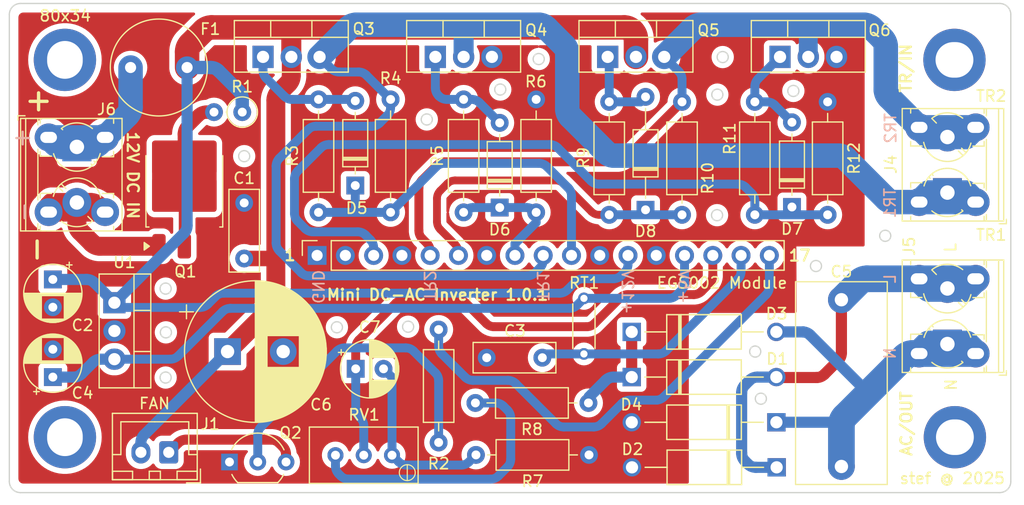
<source format=kicad_pcb>
(kicad_pcb (version 20240108) (generator "pcbnew") (generator_version "8.0")
  (title_block (title "Mini DC-AC Inverter") (date "2025-01-21") (rev "1.0.1") (comment 1 "Thanks to Ammar for the basics"))
  (layers (0 "F.Cu" signal) (31 "B.Cu" signal) (34 "B.Paste" user) (35 "F.Paste" user) (36 "B.SilkS" user "B.Silkscreen") (37 "F.SilkS" user "F.Silkscreen") (38 "B.Mask" user) (39 "F.Mask" user) (44 "Edge.Cuts" user))
  (net 0 "")
  (net 1 "GND")
  (net 2 "+12V")
  (net 3 "Net-(J2-Pin_16)")
  (net 4 "+5V")
  (net 5 "N")
  (net 6 "L")
  (net 7 "VFB")
  (net 8 "Net-(C7-Pad2)")
  (net 9 "Net-(D1-PadC)")
  (net 10 "Net-(Q2-C)")
  (net 11 "2LD")
  (net 12 "Net-(J2-Pin_17)")
  (net 13 "3HO")
  (net 14 "1HO")
  (net 15 "TR2")
  (net 16 "TR1")
  (net 17 "Net-(J6-Pin_2)")
  (net 18 "Net-(Q1-G)")
  (net 19 "Net-(Q2-B)")
  (net 20 "Net-(D5-A)")
  (net 21 "Net-(D6-A)")
  (net 22 "Net-(D7-A)")
  (net 23 "Net-(D8-A)")
  (net 24 "Net-(R8-Pad2)")
  (net 25 "1LD")
  (net 26 "Net-(J6-Pin_1)")
  (footprint "Package_TO_SOT_THT:TO-220-3_Vertical" (layer "F.Cu") (at 163.52 71.7405)
    (property "Reference" "Q6")
    (property "Value" "IRF3205")
  )
  (footprint "Package_TO_SOT_SMD:TO-252-3_TabPin2" (layer "F.Cu") (at 109.988 83.733 90)
    (property "Reference" "Q1")
    (property "Value" "RM10N100LDV-T")
  )
  (footprint "External Libraries:FR207G" (layer "F.Cu") (at 156.718 108.6612 180)
    (property "Reference" "D2")
    (property "Value" "FR207G" (hide yes))
  )
  (footprint "Resistor_THT:R_Axial_DIN0207_L6.3mm_D2.5mm_P10.16mm_Horizontal" (layer "F.Cu") (at 128.524 85.725 90)
    (property "Reference" "R4")
    (property "Value" "10K")
  )
  (footprint "Resistor_THT:R_Axial_DIN0207_L6.3mm_D2.5mm_P10.16mm_Horizontal" (layer "F.Cu") (at 141.605 85.725 90)
    (property "Reference" "R6")
    (property "Value" "10K")
  )
  (footprint "Fuse:Fuse_Littelfuse_372_D8.50mm" (layer "F.Cu") (at 105.156 72.6948)
    (property "Reference" "F1")
    (property "Value" "5A")
  )
  (footprint "Resistor_THT:R_Axial_DIN0207_L6.3mm_D2.5mm_P10.16mm_Horizontal" (layer "F.Cu") (at 132.842 96.266 -90)
    (property "Reference" "R2")
    (property "Value" "1K")
  )
  (footprint "Resistor_THT:R_Axial_DIN0207_L6.3mm_D2.5mm_P10.16mm_Horizontal" (layer "F.Cu") (at 135.085714 85.725 90)
    (property "Reference" "R5")
    (property "Value" "10R")
  )
  (footprint "External Libraries:FR207G" (layer "F.Cu") (at 156.690035 100.5432)
    (property "Reference" "D1")
    (property "Value" "FR207G" (hide yes))
  )
  (footprint "Diode_THT:D_DO-35_SOD27_P7.62mm_Horizontal" (layer "F.Cu") (at 138.3284 85.2932 90)
    (property "Reference" "D6")
    (property "Value" "1N4148")
  )
  (footprint "Capacitor_THT:C_Rect_L7.2mm_W2.5mm_P5.00mm_FKS2_FKP2_MKS2_MKP2" (layer "F.Cu") (at 115.3668 89.876 90)
    (property "Reference" "C1")
    (property "Value" "0.1uF")
  )
  (footprint "Connector_JST:JST_XH_B2B-XH-A_1x02_P2.50mm_Vertical" (layer "F.Cu") (at 108.585 107.315 180)
    (property "Reference" "J1")
    (property "Value" "Fan")
  )
  (footprint "Package_TO_SOT_THT:TO-220-3_Vertical" (layer "F.Cu") (at 117.06 71.7405)
    (property "Reference" "Q3")
    (property "Value" "IRF3205")
  )
  (footprint "Connector_PinSocket_2.54mm:PinSocket_1x17_P2.54mm_Vertical" (layer "F.Cu") (at 121.92 89.6 90)
    (property "Reference" "J2" (hide yes))
    (property "Value" "EGS002 MODULE")
  )
  (footprint "External Libraries:FR207G" (layer "F.Cu") (at 156.695 104.6072 180)
    (property "Reference" "D4")
    (property "Value" "FR207G" (hide yes))
  )
  (footprint "Resistor_THT:R_Axial_DIN0207_L6.3mm_D2.5mm_P10.16mm_Horizontal" (layer "F.Cu") (at 146.3548 107.5436 180)
    (property "Reference" "R7")
    (property "Value" "100K")
  )
  (footprint "External Libraries:TerminalBlock_Phoenix_PT-1,5-2-5.0-H_1x02_P5.00mm_Horizontal_faston" (layer "F.Cu") (at 178.562 97.571246 90)
    (property "Reference" "J5")
    (property "Value" "AC/OUT")
  )
  (footprint "Resistor_THT:R_Axial_DIN0207_L6.3mm_D2.5mm_P10.16mm_Horizontal" (layer "F.Cu") (at 161.257142 75.7855 -90)
    (property "Reference" "R11")
    (property "Value" "10R")
  )
  (footprint "Resistor_THT:R_Axial_DIN0207_L6.3mm_D2.5mm_P10.16mm_Horizontal" (layer "F.Cu") (at 122.047 85.725 90)
    (property "Reference" "R3")
    (property "Value" "10R")
  )
  (footprint "MountingHole:MountingHole_3.2mm_M3_DIN965_Pad_TopBottom" (layer "F.Cu") (at 99.256984 72.009)
    (property "Reference" "H1")
    (property "Value" "MountingHole")
  )
  (footprint "Capacitor_THT:CP_Radial_D5.0mm_P2.50mm" (layer "F.Cu") (at 98.171 100.544 90)
    (property "Reference" "C4")
    (property "Value" "22uF 10V")
  )
  (footprint "Package_TO_SOT_THT:TO-92_Inline_Wide" (layer "F.Cu") (at 114.046 108.183)
    (property "Reference" "Q2")
    (property "Value" "S8050")
  )
  (footprint "Potentiometer_THT:Potentiometer_Bourns_3296W_Vertical" (layer "F.Cu") (at 128.651 107.569)
    (property "Reference" "RV1")
    (property "Value" "10K")
  )
  (footprint "Capacitor_THT:C_Rect_L18.0mm_W8.0mm_P15.00mm_FKS3_FKP3" (layer "F.Cu") (at 169.037 93.585 -90)
    (property "Reference" "C5")
    (property "Value" "2.2uF")
  )
  (footprint "Resistor_THT:R_Axial_DIN0207_L6.3mm_D2.5mm_P10.16mm_Horizontal" (layer "F.Cu") (at 146.304 102.87 180)
    (property "Reference" "R8")
    (property "Value" "100K")
  )
  (footprint "Package_TO_SOT_THT:TO-220-3_Vertical" (layer "F.Cu") (at 103.703 93.853 -90)
    (property "Reference" "U1")
    (property "Value" "LM7805_TO220")
  )
  (footprint "Diode_THT:D_DO-35_SOD27_P7.62mm_Horizontal" (layer "F.Cu") (at 125.349 83.312 90)
    (property "Reference" "D5")
    (property "Value" "1N4148")
  )
  (footprint "Package_TO_SOT_THT:TO-220-3_Vertical" (layer "F.Cu") (at 148.033332 71.7405)
    (property "Reference" "Q5")
    (property "Value" "IRF3205")
  )
  (footprint "Capacitor_THT:CP_Radial_D5.0mm_P2.50mm" (layer "F.Cu") (at 98.171 91.76 -90)
    (property "Reference" "C2")
    (property "Value" "10uF 16V")
  )
  (footprint "External Libraries:TerminalBlock_Phoenix_PT-1,5-2-5.0-H_1x02_P5.00mm_Horizontal_faston" (layer "F.Cu") (at 178.562 83.947 90)
    (property "Reference" "J4")
    (property "Value" "TR/IN")
  )
  (footprint "Resistor_THT:R_Axial_DIN0207_L6.3mm_D2.5mm_P10.16mm_Horizontal" (layer "F.Cu") (at 148.171428 75.7855 -90)
    (property "Reference" "R9")
    (property "Value" "10R")
  )
  (footprint "MountingHole:MountingHole_3.2mm_M3_DIN965_Pad_TopBottom" (layer "F.Cu") (at 179.197 72.009)
    (property "Reference" "H1")
    (property "Value" "MountingHole")
  )
  (footprint "External Libraries:FR207G" (layer "F.Cu") (at 156.690035 96.4792)
    (property "Reference" "D3")
    (property "Value" "FR207G" (hide yes))
  )
  (footprint "Package_TO_SOT_THT:TO-220-3_Vertical" (layer "F.Cu") (at 132.546666 71.7405)
    (property "Reference" "Q4")
    (property "Value" "IRF3205")
  )
  (footprint "Diode_THT:D_DO-35_SOD27_P10.16mm_Horizontal" (layer "F.Cu") (at 151.4348 85.4964 90)
    (property "Reference" "D8")
    (property "Value" "1N4148")
  )
  (footprint "Capacitor_THT:CP_Radial_D12.5mm_P5.00mm" (layer "F.Cu") (at 113.872 98.2472)
    (property "Reference" "C6")
    (property "Value" "2200uF 16V")
  )
  (footprint "External Libraries:TerminalBlock_Phoenix_PT-1,5-2-5.0-H_1x02_P5.00mm_Horizontal_faston" (layer "F.Cu") (at 100.33 79.836 -90)
    (property "Reference" "J6")
    (property "Value" "DC IN")
  )
  (footprint "Capacitor_THT:CP_Radial_D5.0mm_P2.50mm" (layer "F.Cu") (at 125.389 99.8)
    (property "Reference" "C7")
    (property "Value" "10uF 10V")
  )
  (footprint "External Libraries:THERM_NXRT15WB333JA3A016" (layer "F.Cu") (at 145.8976 95.9612 -90)
    (property "Reference" "RT1")
    (property "Value" "10K")
  )
  (footprint "Capacitor_THT:C_Rect_L7.2mm_W2.5mm_P5.00mm_FKS2_FKP2_MKS2_MKP2" (layer "F.Cu") (at 142.16 98.8 180)
    (property "Reference" "C3")
    (property "Value" "0.1uF")
  )
  (footprint "Resistor_THT:R_Axial_DIN0207_L6.3mm_D2.5mm_P10.16mm_Horizontal" (layer "F.Cu") (at 167.8 75.7855 -90)
    (property "Reference" "R12")
    (property "Value" "10K")
  )
  (footprint "Resistor_THT:R_Axial_DIN0207_L6.3mm_D2.5mm_P2.54mm_Vertical" (layer "F.Cu") (at 115.1926 76.708 180)
    (property "Reference" "R1")
    (property "Value" "1K")
  )
  (footprint "Resistor_THT:R_Axial_DIN0207_L6.3mm_D2.5mm_P10.16mm_Horizontal" (layer "F.Cu") (at 154.714285 75.7855 -90)
    (property "Reference" "R10")
    (property "Value" "10K")
  )
  (footprint "MountingHole:MountingHole_3.2mm_M3_DIN965_Pad_TopBottom" (layer "F.Cu") (at 99.256984 105.951)
    (property "Reference" "H1")
    (property "Value" "MountingHole")
  )
  (footprint "MountingHole:MountingHole_3.2mm_M3_DIN965_Pad_TopBottom" (layer "F.Cu") (at 179.237 105.951)
    (property "Reference" "H1")
    (property "Value" "MountingHole")
  )
  (footprint "Diode_THT:D_DO-35_SOD27_P7.62mm_Horizontal" (layer "F.Cu") (at 164.592 85.2424 90)
    (property "Reference" "D7")
    (property "Value" "1N4148")
  )
  (gr_circle (center 123.698 96.0628) (end 124.198 96.0628) (stroke (width 0.12)) (fill none) (layer "Edge.Cuts"))
  (gr_circle (center 157.861 85.979) (end 158.361 85.979) (stroke (width 0.12)) (fill none) (layer "Edge.Cuts"))
  (gr_circle (center 138.3792 74.676) (end 138.3792 74.176) (stroke (width 0.12)) (fill none) (layer "Edge.Cuts"))
  (gr_circle (center 161.798 102.489) (end 162.298 102.489) (stroke (width 0.12)) (fill none) (layer "Edge.Cuts"))
  (gr_circle (center 131.7752 77.3684) (end 131.7752 76.8684) (stroke (width 0.12)) (fill none) (layer "Edge.Cuts"))
  (gr_circle (center 166.751 90.551) (end 167.251 90.551) (stroke (width 0.12)) (fill none) (layer "Edge.Cuts"))
  (gr_line (start 95.261 66.935) (end 183.261 66.935) (stroke (width 0.12)) (layer "Edge.Cuts"))
  (gr_arc (start 95.261 110.935) (mid 94.553893 110.642107) (end 94.261 109.935) (stroke (width 0.12)) (layer "Edge.Cuts"))
  (gr_circle (center 164.719 74.803) (end 164.719 74.303) (stroke (width 0.12)) (fill none) (layer "Edge.Cuts"))
  (gr_circle (center 141.8336 71.9328) (end 141.8336 71.4328) (stroke (width 0.12)) (fill none) (layer "Edge.Cuts"))
  (gr_line (start 184.261 67.935) (end 184.261 109.935) (stroke (width 0.12)) (layer "Edge.Cuts"))
  (gr_line (start 183.261 110.935) (end 95.261 110.935) (stroke (width 0.12)) (layer "Edge.Cuts"))
  (gr_arc (start 184.261 109.935) (mid 183.968106 110.642106) (end 183.261 110.935) (stroke (width 0.12)) (layer "Edge.Cuts"))
  (gr_circle (center 108.331 96.52) (end 108.831 96.52) (stroke (width 0.12)) (fill none) (layer "Edge.Cuts"))
  (gr_circle (center 108.3056 92.583) (end 108.8056 92.583) (stroke (width 0.12)) (fill none) (layer "Edge.Cuts"))
  (gr_circle (center 108.3056 100.584) (end 108.8056 100.584) (stroke (width 0.12)) (fill none) (layer "Edge.Cuts"))
  (gr_circle (center 172.974 87.8332) (end 173.474 87.8332) (stroke (width 0.12)) (fill none) (layer "Edge.Cuts"))
  (gr_circle (center 115.3668 80.6704) (end 115.8668 80.6704) (stroke (width 0.12)) (fill none) (layer "Edge.Cuts"))
  (gr_circle (center 158.369 71.755) (end 158.369 71.255) (stroke (width 0.12)) (fill none) (layer "Edge.Cuts"))
  (gr_arc (start 183.261 66.935) (mid 183.968106 67.227894) (end 184.261 67.935) (stroke (width 0.12)) (layer "Edge.Cuts"))
  (gr_arc (start 94.261 67.935) (mid 94.553893 67.227893) (end 95.261 66.935) (stroke (width 0.12)) (layer "Edge.Cuts"))
  (gr_line (start 94.261 109.935) (end 94.261 67.935) (stroke (width 0.12)) (layer "Edge.Cuts"))
  (gr_circle (center 157.8864 75.1332) (end 157.8864 74.6332) (stroke (width 0.12)) (fill none) (layer "Edge.Cuts"))
  (gr_circle (center 130.0988 96.012) (end 130.5988 96.012) (stroke (width 0.12)) (fill none) (layer "Edge.Cuts"))
  (gr_circle (center 161.29 98.2472) (end 161.79 98.2472) (stroke (width 0.12)) (fill none) (layer "Edge.Cuts"))
  (gr_text "-" (at 94.869 86.741 -90) (layer "B.SilkS") (effects (font (size 1.5 1.5) (thickness 0.2) (bold yes)) (justify left bottom mirror)))
  (gr_text "TR2" (at 174.0408 76.708 90) (layer "B.SilkS") (effects (font (size 1 1)) (justify left bottom mirror)))
  (gr_text "TR1" (at 141.605 93.757905 270) (layer "B.SilkS") (effects (font (size 1 1)) (justify left bottom mirror)))
  (gr_text "TR1" (at 173.99 83.439 90) (layer "B.SilkS") (effects (font (size 1 1)) (justify left bottom mirror)))
  (gr_text "L" (at 173.99 91.186 90) (layer "B.SilkS") (effects (font (size 1 1)) (justify left bottom mirror)))
  (gr_text "+12V" (at 149.225 94.996 270) (layer "B.SilkS") (effects (font (size 1 1)) (justify left bottom mirror)))
  (gr_text "GND" (at 121.412 94.043619 270) (layer "B.SilkS") (effects (font (size 1 1)) (justify left bottom mirror)))
  (gr_text "TR2" (at 131.445 93.757905 270) (layer "B.SilkS") (effects (font (size 1 1)) (justify left bottom mirror)))
  (gr_text "+" (at 96.52 79.8068 0) (layer "B.SilkS") (effects (font (size 1.5 1.5) (thickness 0.2) (bold yes)) (justify left bottom mirror)))
  (gr_text "N" (at 173.99 97.79 90) (layer "B.SilkS") (effects (font (size 1 1)) (justify left bottom mirror)))
  (gr_text "+5V" (at 154.305 94.043619 270) (layer "B.SilkS") (effects (font (size 1 1)) (justify left bottom mirror)))
  (gr_text "stef @ 2025" (at 174.1932 110.236 0) (layer "F.SilkS") (effects (font (size 1 1)) (justify left bottom)))
  (gr_text "80x34" (at 96.8756 68.6308 0) (layer "F.SilkS") (effects (font (size 1 1)) (justify left bottom)))
  (gr_text "Mini DC-AC Inverter 1.0.1" (at 122.682 93.726 0) (layer "F.SilkS") (effects (font (size 1 1) (thickness 0.2)) (justify left bottom)))
  (gr_text "TR/IN" (at 175.4124 75.057 90) (layer "F.SilkS") (effects (font (size 1 1) (thickness 0.2)) (justify left bottom)))
  (gr_text "AC/OUT" (at 175.4632 107.7468 90) (layer "F.SilkS") (effects (font (size 1 1) (thickness 0.2)) (justify left bottom)))
  (gr_text "1" (at 118.872 90.17 0) (layer "F.SilkS") (effects (font (size 1 1) (thickness 0.2) (bold yes)) (justify left bottom)))
  (gr_text "17" (at 164.2 90.2 0) (layer "F.SilkS") (effects (font (size 1 1) (thickness 0.2) (bold yes)) (justify left bottom)))
  (gr_text "N" (at 179.4764 101.854 90) (layer "F.SilkS") (effects (font (size 1 1)) (justify left bottom)))
  (gr_text "TR1" (at 181.0512 88.3412 0) (layer "F.SilkS") (effects (font (size 1 1)) (justify left bottom)))
  (gr_text "+" (at 95.4532 76.7588 0) (layer "F.SilkS") (effects (font (size 2 2) (thickness 0.3)) (justify left bottom)))
  (gr_text "-" (at 95.737795 87.63 270) (layer "F.SilkS") (effects (font (size 2 2) (thickness 0.3)) (justify left bottom)))
  (gr_text "12V DC IN" (at 104.775 78.359 270) (layer "F.SilkS") (effects (font (size 1 1) (thickness 0.2)) (justify left bottom)))
  (gr_text "TR2" (at 181.0512 75.8444 0) (layer "F.SilkS") (effects (font (size 1 1)) (justify left bottom)))
  (gr_text "L" (at 179.4256 89.408 90) (layer "F.SilkS") (effects (font (size 1 1)) (justify left bottom)))
  (gr_text "EGS002 Module" (at 152.3492 92.6592 0) (layer "F.SilkS") (effects (font (size 1 1)) (justify left bottom)))
  (gr_text "FAN" (at 105.829048 103.505 0) (layer "F.SilkS") (effects (font (size 1 1)) (justify left bottom)))
  (segment (start 149.519118 69.088) (end 112.428214 69.088) (width 2.2) (layer "F.Cu") (net 2))
  (segment (start 118.1716 89.876) (end 115.3668 89.876) (width 1.4) (layer "F.Cu") (net 2))
  (segment (start 118.2116 89.916) (end 118.2116 93.493386) (width 1.7) (layer "F.Cu") (net 2))
  (segment (start 150.573332 71.7405) (end 150.573332 70.142214) (width 2.2) (layer "F.Cu") (net 2))
  (segment (start 117.918707 94.200493) (end 113.872 98.2472) (width 1.7) (layer "F.Cu") (net 2))
  (segment (start 119.6 71.7405) (end 119.6 73.432186) (width 1.7) (layer "F.Cu") (net 2))
  (segment (start 111.721107 69.380893) (end 110.528893 70.573107) (width 2.2) (layer "F.Cu") (net 2))
  (segment (start 110.236 71.280214) (end 110.236 72.6948) (width 2.2) (layer "F.Cu") (net 2))
  (segment (start 118.2116 75.649014) (end 118.2116 89.916) (width 1.7) (layer "F.Cu") (net 2))
  (segment (start 118.2116 89.916) (end 118.1716 89.876) (width 1.4) (layer "F.Cu") (net 2))
  (segment (start 119.307107 74.139293) (end 118.504493 74.941907) (width 1.7) (layer "F.Cu") (net 2))
  (segment (start 150.280439 69.435107) (end 150.226225 69.380893) (width 2.2) (layer "F.Cu") (net 2))
  (segment (start 119.6 68.9555) (end 119.6 71.7405) (width 1.8) (layer "F.Cu") (net 2))
  (arc (start 150.280439 69.435107) (mid 150.497212 69.75953) (end 150.573332 70.142214) (width 2.2) (layer "F.Cu") (net 2))
  (arc (start 119.307107 74.139293) (mid 119.52388 73.81487) (end 119.6 73.432186) (width 1.7) (layer "F.Cu") (net 2))
  (arc (start 118.2116 75.649014) (mid 118.28772 75.266331) (end 118.504493 74.941907) (width 1.7) (layer "F.Cu") (net 2))
  (arc (start 110.528893 70.573107) (mid 110.31212 70.89753) (end 110.236 71.280214) (width 2.2) (layer "F.Cu") (net 2))
  (arc (start 149.519118 69.088) (mid 149.901801 69.16412) (end 150.226225 69.380893) (width 2.2) (layer "F.Cu") (net 2))
  (arc (start 111.721107 69.380893) (mid 112.04553 69.16412) (end 112.428214 69.088) (width 2.2) (layer "F.Cu") (net 2))
  (arc (start 117.918707 94.200493) (mid 118.13548 93.87607) (end 118.2116 93.493386) (width 1.7) (layer "F.Cu") (net 2))
  (segment (start 110.236 72.6948) (end 110.236 86.905786) (width 1) (layer "B.Cu") (net 2))
  (segment (start 110.236 72.6948) (end 112.361786 72.6948) (width 1.2) (layer "B.Cu") (net 2))
  (segment (start 101.195786 91.76) (end 98.171 91.76) (width 1) (layer "B.Cu") (net 2))
  (segment (start 149.263893 91.401107) (end 149.567107 91.097893) (width 0.8) (layer "B.Cu") (net 2))
  (segment (start 112.101402 93.986384) (end 112.799684 93.288102) (width 0.8) (layer "B.Cu") (net 2))
  (segment (start 144.406684 92.702316) (end 145.122107 91.986893) (width 0.8) (layer "B.Cu") (net 2))
  (segment (start 106.377893 105.741307) (end 113.618 98.5012) (width 1) (layer "B.Cu") (net 2))
  (segment (start 113.506791 92.995209) (end 143.699577 92.995209) (width 0.8) (layer "B.Cu") (net 2))
  (segment (start 145.829214 91.694) (end 148.556786 91.694) (width 0.8) (layer "B.Cu") (net 2))
  (segment (start 103.703 93.853) (end 101.902893 92.052893) (width 1) (layer "B.Cu") (net 2))
  (segment (start 104.129277 94.279277) (end 111.394295 94.279277) (width 0.8) (layer "B.Cu") (net 2))
  (segment (start 149.86 90.390786) (end 149.86 89.6) (width 0.8) (layer "B.Cu") (net 2))
  (segment (start 113.068893 72.987693) (end 114.899707 74.818507) (width 1.2) (layer "B.Cu") (net 2))
  (segment (start 106.085 107.315) (end 106.085 106.448414) (width 1) (layer "B.Cu") (net 2))
  (segment (start 115.1926 75.525614) (end 115.1926 76.708) (width 1.2) (layer "B.Cu") (net 2))
  (segment (start 109.943107 87.612893) (end 103.703 93.853) (width 1) (layer "B.Cu") (net 2))
  (arc (start 149.567107 91.097893) (mid 149.78388 90.77347) (end 149.86 90.390786) (width 0.8) (layer "B.Cu") (net 2))
  (arc (start 109.943107 87.612893) (mid 110.15988 87.28847) (end 110.236 86.905786) (width 1) (layer "B.Cu") (net 2))
  (arc (start 106.377893 105.741307) (mid 106.16112 106.06573) (end 106.085 106.448414) (width 1) (layer "B.Cu") (net 2))
  (arc (start 143.699577 92.995209) (mid 144.08226 92.919089) (end 144.406684 92.702316) (width 0.8) (layer "B.Cu") (net 2))
  (arc (start 149.263893 91.401107) (mid 148.93947 91.61788) (end 148.556786 91.694) (width 0.8) (layer "B.Cu") (net 2))
  (arc (start 111.394295 94.279277) (mid 111.776978 94.203157) (end 112.101402 93.986384) (width 0.8) (layer "B.Cu") (net 2))
  (arc (start 145.829214 91.694) (mid 145.446531 91.77012) (end 145.122107 91.986893) (width 0.8) (layer "B.Cu") (net 2))
  (arc (start 112.361786 72.6948) (mid 112.744469 72.77092) (end 113.068893 72.987693) (width 1.2) (layer "B.Cu") (net 2))
  (arc (start 101.195786 91.76) (mid 101.578469 91.83612) (end 101.902893 92.052893) (width 1) (layer "B.Cu") (net 2))
  (arc (start 113.506791 92.995209) (mid 113.124108 93.071329) (end 112.799684 93.288102) (width 0.8) (layer "B.Cu") (net 2))
  (arc (start 114.899707 74.818507) (mid 115.11648 75.14293) (end 115.1926 75.525614) (width 1.2) (layer "B.Cu") (net 2))
  (segment (start 142.4988 98.4612) (end 145.8976 98.4612) (width 0.8) (layer "B.Cu") (net 3))
  (segment (start 153.291693 98.168307) (end 159.727107 91.732893) (width 0.8) (layer "B.Cu") (net 3))
  (segment (start 145.8976 98.4612) (end 152.584586 98.4612) (width 0.8) (layer "B.Cu") (net 3))
  (segment (start 160.02 91.025786) (end 160.02 89.6) (width 0.8) (layer "B.Cu") (net 3))
  (arc (start 153.291693 98.168307) (mid 152.96727 98.38508) (end 152.584586 98.4612) (width 0.8) (layer "B.Cu") (net 3))
  (arc (start 160.02 91.025786) (mid 159.94388 91.408469) (end 159.727107 91.732893) (width 0.8) (layer "B.Cu") (net 3))
  (segment (start 153.520586 93.4612) (end 145.8976 93.4612) (width 0.8) (layer "B.Cu") (net 4))
  (segment (start 154.94 89.6) (end 154.94 92.041786) (width 0.8) (layer "B.Cu") (net 4))
  (segment (start 100.041786 100.544) (end 98.171 100.544) (width 1) (layer "B.Cu") (net 4))
  (segment (start 145.290693 94.068107) (end 145.8976 93.4612) (width 0.8) (layer "B.Cu") (net 4))
  (segment (start 103.703 98.933) (end 108.729586 98.933) (width 0.8) (layer "B.Cu") (net 4))
  (segment (start 154.647107 92.748893) (end 154.227693 93.168307) (width 0.8) (layer "B.Cu") (net 4))
  (segment (start 103.703 98.933) (end 102.481214 98.933) (width 1) (layer "B.Cu") (net 4))
  (segment (start 109.436693 98.640107) (end 113.422907 94.653893) (width 0.8) (layer "B.Cu") (net 4))
  (segment (start 114.130014 94.361) (end 144.583586 94.361) (width 0.8) (layer "B.Cu") (net 4))
  (segment (start 101.774107 99.225893) (end 100.748893 100.251107) (width 1) (layer "B.Cu") (net 4))
  (arc (start 108.729586 98.933) (mid 109.112269 98.85688) (end 109.436693 98.640107) (width 0.8) (layer "B.Cu") (net 4))
  (arc (start 113.422907 94.653893) (mid 113.74733 94.43712) (end 114.130014 94.361) (width 0.8) (layer "B.Cu") (net 4))
  (arc (start 145.290693 94.068107) (mid 144.96627 94.28488) (end 144.583586 94.361) (width 0.8) (layer "B.Cu") (net 4))
  (arc (start 102.481214 98.933) (mid 102.098531 99.00912) (end 101.774107 99.225893) (width 1) (layer "B.Cu") (net 4))
  (arc (start 154.647107 92.748893) (mid 154.86388 92.42447) (end 154.94 92.041786) (width 0.8) (layer "B.Cu") (net 4))
  (arc (start 153.520586 93.4612) (mid 153.903269 93.38508) (end 154.227693 93.168307) (width 0.8) (layer "B.Cu") (net 4))
  (arc (start 100.041786 100.544) (mid 100.424469 100.46788) (end 100.748893 100.251107) (width 1) (layer "B.Cu") (net 4))
  (segment (start 166.241093 96.772093) (end 171.45 101.981) (width 1) (layer "B.Cu") (net 5))
  (segment (start 176.022 98.425) (end 181.102 98.425) (width 2.4) (layer "B.Cu") (net 5))
  (segment (start 178.562 97.571246) (end 180.248246 97.571246) (width 2.4) (layer "B.Cu") (net 5))
  (segment (start 174.713107 98.717893) (end 169.329893 104.101107) (width 2.4) (layer "B.Cu") (net 5))
  (segment (start 180.248246 97.571246) (end 181.102 98.425) (width 2.4) (layer "B.Cu") (net 5))
  (segment (start 163.190684 96.479849) (end 165.612637 96.479849) (width 1) (layer "B.Cu") (net 5))
  (segment (start 176.022 98.425) (end 175.420214 98.425) (width 2.4) (layer "B.Cu") (net 5))
  (segment (start 178.562 97.571246) (end 176.875754 97.571246) (width 2.4) (layer "B.Cu") (net 5))
  (segment (start 169.2302 104.6072) (end 163.195 104.6072) (width 1) (layer "B.Cu") (net 5))
  (segment (start 176.875754 97.571246) (end 176.022 98.425) (width 2.4) (layer "B.Cu") (net 5))
  (segment (start 169.037 104.808214) (end 169.037 108.585) (width 2.4) (layer "B.Cu") (net 5))
  (arc (start 175.420214 98.425) (mid 175.037531 98.50112) (end 174.713107 98.717893) (width 2.4) (layer "B.Cu") (net 5))
  (arc (start 165.612637 96.479849) (mid 165.952645 96.571061) (end 166.241093 96.772093) (width 1) (layer "B.Cu") (net 5))
  (arc (start 169.329893 104.101107) (mid 169.11312 104.425531) (end 169.037 104.808214) (width 2.4) (layer "B.Cu") (net 5))
  (segment (start 168.744107 99.055893) (end 167.508893 100.291107) (width 1) (layer "F.Cu") (net 6))
  (segment (start 169.037 93.585) (end 169.037 98.348786) (width 1) (layer "F.Cu") (net 6))
  (segment (start 166.801786 100.584) (end 163.230835 100.584) (width 1) (layer "F.Cu") (net 6))
  (arc (start 167.508893 100.291107) (mid 167.18447 100.50788) (end 166.801786 100.584) (width 1) (layer "F.Cu") (net 6))
  (arc (start 169.037 98.348786) (mid 168.96088 98.73147) (end 168.744107 99.055893) (width 1) (layer "F.Cu") (net 6))
  (segment (start 178.562 92.571246) (end 180.234106 92.571246) (width 2.4) (layer "B.Cu") (net 6))
  (segment (start 180.234106 92.571246) (end 181.102 91.703352) (width 2.4) (layer "B.Cu") (net 6))
  (segment (start 176.889894 92.571246) (end 176.022 91.703352) (width 2.4) (layer "B.Cu") (net 6))
  (segment (start 163.190035 100.5432) (end 161.491014 100.5432) (width 1) (layer "B.Cu") (net 6))
  (segment (start 176.022 91.703352) (end 171.332862 91.703352) (width 2.4) (layer "B.Cu") (net 6))
  (segment (start 160.363693 108.090493) (end 160.641507 108.368307) (width 1) (layer "B.Cu") (net 6))
  (segment (start 160.783907 100.836093) (end 160.363693 101.256307) (width 1) (layer "B.Cu") (net 6))
  (segment (start 178.562 92.571246) (end 176.889894 92.571246) (width 2.4) (layer "B.Cu") (net 6))
  (segment (start 161.348614 108.6612) (end 163.218 108.6612) (width 1) (layer "B.Cu") (net 6))
  (segment (start 170.625755 91.996245) (end 169.037 93.585) (width 2.4) (layer "B.Cu") (net 6))
  (segment (start 160.0708 101.963414) (end 160.0708 107.383386) (width 1) (layer "B.Cu") (net 6))
  (segment (start 176.022 91.703352) (end 181.102 91.703352) (width 2.4) (layer "B.Cu") (net 6))
  (arc (start 160.783907 100.836093) (mid 161.10833 100.61932) (end 161.491014 100.5432) (width 1) (layer "B.Cu") (net 6))
  (arc (start 160.641507 108.368307) (mid 160.96593 108.58508) (end 161.348614 108.6612) (width 1) (layer "B.Cu") (net 6))
  (arc (start 160.0708 107.383386) (mid 160.14692 107.766069) (end 160.363693 108.090493) (width 1) (layer "B.Cu") (net 6))
  (arc (start 160.363693 101.256307) (mid 160.14692 101.58073) (end 160.0708 101.963414) (width 1) (layer "B.Cu") (net 6))
  (arc (start 170.625755 91.996245) (mid 170.950178 91.779472) (end 171.332862 91.703352) (width 2.4) (layer "B.Cu") (net 6))
  (segment (start 157.48 89.6) (end 157.48 91.406786) (width 0.8) (layer "F.Cu") (net 7))
  (segment (start 137.121107 95.719107) (end 135.293893 93.891893) (width 0.8) (layer "F.Cu") (net 7))
  (segment (start 149.155107 93.414893) (end 146.850893 95.719107) (width 0.8) (layer "F.Cu") (net 7))
  (segment (start 157.187107 92.113893) (end 156.471893 92.829107) (width 0.8) (layer "F.Cu") (net 7))
  (segment (start 146.143786 96.012) (end 137.828214 96.012) (width 0.8) (layer "F.Cu") (net 7))
  (segment (start 155.764786 93.122) (end 149.862214 93.122) (width 0.8) (layer "F.Cu") (net 7))
  (segment (start 128.993107 93.891893) (end 125.681893 97.203107) (width 0.8) (layer "F.Cu") (net 7))
  (segment (start 134.586786 93.599) (end 129.700214 93.599) (width 0.8) (layer "F.Cu") (net 7))
  (segment (start 125.389 97.910214) (end 125.389 99.8) (width 0.8) (layer "F.Cu") (net 7))
  (arc (start 146.850893 95.719107) (mid 146.52647 95.93588) (end 146.143786 96.012) (width 0.8) (layer "F.Cu") (net 7))
  (arc (start 125.389 97.910214) (mid 125.46512 97.527531) (end 125.681893 97.203107) (width 0.8) (layer "F.Cu") (net 7))
  (arc (start 157.187107 92.113893) (mid 157.40388 91.78947) (end 157.48 91.406786) (width 0.8) (layer "F.Cu") (net 7))
  (arc (start 155.764786 93.122) (mid 156.147469 93.04588) (end 156.471893 92.829107) (width 0.8) (layer "F.Cu") (net 7))
  (arc (start 135.293893 93.891893) (mid 134.96947 93.67512) (end 134.586786 93.599) (width 0.8) (layer "F.Cu") (net 7))
  (arc (start 129.700214 93.599) (mid 129.317531 93.67512) (end 128.993107 93.891893) (width 0.8) (layer "F.Cu") (net 7))
  (arc (start 137.121107 95.719107) (mid 137.44553 95.93588) (end 137.828214 96.012) (width 0.8) (layer "F.Cu") (net 7))
  (arc (start 149.862214 93.122) (mid 149.479531 93.19812) (end 149.155107 93.414893) (width 0.8) (layer "F.Cu") (net 7))
  (segment (start 125.389 99.8) (end 125.389 103.384786) (width 0.8) (layer "B.Cu") (net 7))
  (segment (start 126.111 104.935214) (end 126.111 107.569) (width 0.8) (layer "B.Cu") (net 7))
  (segment (start 125.681893 104.091893) (end 125.818107 104.228107) (width 0.8) (layer "B.Cu") (net 7))
  (arc (start 125.389 103.384786) (mid 125.46512 103.767469) (end 125.681893 104.091893) (width 0.8) (layer "B.Cu") (net 7))
  (arc (start 126.111 104.935214) (mid 126.03488 104.552531) (end 125.818107 104.228107) (width 0.8) (layer "B.Cu") (net 7))
  (segment (start 129.247107 108.165107) (end 128.651 107.569) (width 0.8) (layer "B.Cu") (net 8))
  (segment (start 128.651 107.569) (end 128.651 100.562) (width 0.8) (layer "B.Cu") (net 8))
  (segment (start 136.1694 107.569) (end 135.573293 108.165107) (width 0.8) (layer "B.Cu") (net 8))
  (segment (start 134.866186 108.458) (end 129.954214 108.458) (width 0.8) (layer "B.Cu") (net 8))
  (segment (start 128.651 100.562) (end 127.889 99.8) (width 0.8) (layer "B.Cu") (net 8))
  (arc (start 135.573293 108.165107) (mid 135.24887 108.38188) (end 134.866186 108.458) (width 0.8) (layer "B.Cu") (net 8))
  (arc (start 129.247107 108.165107) (mid 129.57153 108.38188) (end 129.954214 108.458) (width 0.8) (layer "B.Cu") (net 8))
  (segment (start 150.190035 100.5432) (end 150.190035 96.4792) (width 1) (layer "F.Cu") (net 9))
  (segment (start 146.3548 102.3366) (end 147.855307 100.836093) (width 1) (layer "B.Cu") (net 9))
  (segment (start 148.562414 100.5432) (end 150.190035 100.5432) (width 1) (layer "B.Cu") (net 9))
  (arc (start 148.562414 100.5432) (mid 148.179731 100.61932) (end 147.855307 100.836093) (width 1) (layer "B.Cu") (net 9))
  (segment (start 108.585 107.315) (end 109.435107 106.464893) (width 0.9) (layer "F.Cu") (net 10))
  (segment (start 119.126 107.500614) (end 119.126 108.183) (width 0.9) (layer "F.Cu") (net 10))
  (segment (start 118.504493 106.464893) (end 118.833107 106.793507) (width 0.9) (layer "F.Cu") (net 10))
  (segment (start 110.142214 106.172) (end 117.797386 106.172) (width 0.9) (layer "F.Cu") (net 10))
  (arc (start 110.142214 106.172) (mid 109.759531 106.24812) (end 109.435107 106.464893) (width 0.9) (layer "F.Cu") (net 10))
  (arc (start 118.504493 106.464893) (mid 118.18007 106.24812) (end 117.797386 106.172) (width 0.9) (layer "F.Cu") (net 10))
  (arc (start 119.126 107.500614) (mid 119.04988 107.117931) (end 118.833107 106.793507) (width 0.9) (layer "F.Cu") (net 10))
  (segment (start 138.3284 85.2932) (end 135.931728 85.2932) (width 0.8) (layer "B.Cu") (net 11))
  (segment (start 139.7 89.6) (end 139.7 88.5444) (width 0.8) (layer "B.Cu") (net 11))
  (segment (start 139.7 88.5444) (end 141.605 86.6394) (width 0.8) (layer "B.Cu") (net 11))
  (segment (start 138.3284 85.2932) (end 140.758986 85.2932) (width 0.8) (layer "B.Cu") (net 11))
  (segment (start 141.605 86.6394) (end 141.605 85.725) (width 0.8) (layer "B.Cu") (net 11))
  (arc (start 135.931728 85.2932) (mid 135.549045 85.36932) (end 135.224621 85.586093) (width 0.8) (layer "B.Cu") (net 11))
  (arc (start 140.758986 85.2932) (mid 141.141669 85.36932) (end 141.466093 85.586093) (width 0.8) (layer "B.Cu") (net 11))
  (segment (start 135.216107 100.545107) (end 133.134893 98.463893) (width 0.8) (layer "B.Cu") (net 12))
  (segment (start 139.065 100.838) (end 135.923214 100.838) (width 0.8) (layer "B.Cu") (net 12))
  (segment (start 132.842 97.756786) (end 132.842 96.266) (width 0.8) (layer "B.Cu") (net 12))
  (segment (start 162.56 89.6) (end 162.56 92.422786) (width 0.8) (layer "B.Cu") (net 12))
  (segment (start 143.377321 104.736107) (end 139.772107 101.130893) (width 0.8) (layer "B.Cu") (net 12))
  (segment (start 149.313918 102.908082) (end 147.485893 104.736107) (width 0.8) (layer "B.Cu") (net 12))
  (segment (start 146.778786 105.029) (end 144.084428 105.029) (width 0.8) (layer "B.Cu") (net 12))
  (segment (start 162.267107 93.129893) (end 153.073893 102.323107) (width 0.8) (layer "B.Cu") (net 12))
  (segment (start 152.445424 102.615189) (end 150.021025 102.615189) (width 0.8) (layer "B.Cu") (net 12))
  (arc (start 139.065 100.838) (mid 139.447683 100.91412) (end 139.772107 101.130893) (width 0.8) (layer "B.Cu") (net 12))
  (arc (start 147.485893 104.736107) (mid 147.16147 104.95288) (end 146.778786 105.029) (width 0.8) (layer "B.Cu") (net 12))
  (arc (start 144.084428 105.029) (mid 143.701744 104.95288) (end 143.377321 104.736107) (width 0.8) (layer "B.Cu") (net 12))
  (arc (start 162.56 92.422786) (mid 162.48388 92.80547) (end 162.267107 93.129893) (width 0.8) (layer "B.Cu") (net 12))
  (arc (start 135.923214 100.838) (mid 135.540531 100.76188) (end 135.216107 100.545107) (width 0.8) (layer "B.Cu") (net 12))
  (arc (start 153.073893 102.323107) (mid 152.785445 102.524139) (end 152.445424 102.615189) (width 0.8) (layer "B.Cu") (net 12))
  (arc (start 133.134893 98.463893) (mid 132.91812 98.13947) (end 132.842 97.756786) (width 0.8) (layer "B.Cu") (net 12))
  (arc (start 150.021025 102.615189) (mid 149.638342 102.691309) (end 149.313918 102.908082) (width 0.8) (layer "B.Cu") (net 12))
  (segment (start 132.63859 81.61041) (end 128.524 85.725) (width 0.8) (layer "B.Cu") (net 13))
  (segment (start 125.3744 85.2932) (end 125.349 85.2678) (width 0.8) (layer "B.Cu") (net 13))
  (segment (start 144.78 89.6) (end 144.78 84.234214) (width 0.8) (layer "B.Cu") (net 13))
  (segment (start 125.3744 85.725) (end 122.047 85.725) (width 0.8) (layer "B.Cu") (net 13))
  (segment (start 141.863303 81.317517) (end 133.345697 81.317517) (width 0.8) (layer "B.Cu") (net 13))
  (segment (start 125.3744 85.725) (end 125.3744 85.2932) (width 0.8) (layer "B.Cu") (net 13))
  (segment (start 128.524 85.725) (end 125.3744 85.725) (width 0.8) (layer "B.Cu") (net 13))
  (segment (start 125.349 85.2678) (end 125.349 83.312) (width 0.8) (layer "B.Cu") (net 13))
  (segment (start 144.487107 83.527107) (end 142.57041 81.61041) (width 0.8) (layer "B.Cu") (net 13))
  (arc (start 141.863303 81.317517) (mid 142.245986 81.393637) (end 142.57041 81.61041) (width 0.8) (layer "B.Cu") (net 13))
  (arc (start 133.345697 81.317517) (mid 132.963014 81.393637) (end 132.63859 81.61041) (width 0.8) (layer "B.Cu") (net 13))
  (arc (start 144.78 84.234214) (mid 144.70388 83.851531) (end 144.487107 83.527107) (width 0.8) (layer "B.Cu") (net 13))
  (segment (start 148.171428 85.9455) (end 147.268914 85.9455) (width 0.7) (layer "F.Cu") (net 14))
  (segment (start 143.349786 82.8548) (end 134.323014 82.8548) (width 0.7) (layer "F.Cu") (net 14))
  (segment (start 133.615907 83.147693) (end 132.982493 83.781107) (width 0.7) (layer "F.Cu") (net 14))
  (segment (start 132.6896 84.488214) (end 132.6896 86.555386) (width 0.7) (layer "F.Cu") (net 14))
  (segment (start 146.561807 85.652607) (end 144.056893 83.147693) (width 0.7) (layer "F.Cu") (net 14))
  (segment (start 132.982493 87.262493) (end 134.327107 88.607107) (width 0.7) (layer "F.Cu") (net 14))
  (arc (start 146.561807 85.652607) (mid 146.88623 85.86938) (end 147.268914 85.9455) (width 0.7) (layer "F.Cu") (net 14))
  (arc (start 132.6896 84.488214) (mid 132.76572 84.105531) (end 132.982493 83.781107) (width 0.7) (layer "F.Cu") (net 14))
  (arc (start 134.323014 82.8548) (mid 133.940331 82.93092) (end 133.615907 83.147693) (width 0.7) (layer "F.Cu") (net 14))
  (arc (start 132.982493 87.262493) (mid 132.76572 86.93807) (end 132.6896 86.555386) (width 0.7) (layer "F.Cu") (net 14))
  (arc (start 134.327107 88.607107) (mid 134.54388 88.93153) (end 134.62 89.314214) (width 0.7) (layer "F.Cu") (net 14))
  (arc (start 143.349786 82.8548) (mid 143.732469 82.93092) (end 144.056893 83.147693) (width 0.7) (layer "F.Cu") (net 14))
  (segment (start 154.714285 85.9455) (end 148.171428 85.9455) (width 0.8) (layer "B.Cu") (net 14))
  (segment (start 131.064 87.368186) (end 131.064 83.523014) (width 0.8) (layer "F.Cu") (net 15))
  (segment (start 149.614278 80.885507) (end 154.714285 75.7855) (width 0.8) (layer "F.Cu") (net 15))
  (segment (start 131.356893 82.815907) (end 132.701507 81.471293) (width 0.8) (layer "F.Cu") (net 15))
  (segment (start 131.787107 88.505507) (end 131.356893 88.075293) (width 0.8) (layer "F.Cu") (net 15))
  (segment (start 133.408614 81.1784) (end 148.907171 81.1784) (width 0.8) (layer "F.Cu") (net 15))
  (arc (start 131.356893 82.815907) (mid 131.14012 83.14033) (end 131.064 83.523014) (width 0.8) (layer "F.Cu") (net 15))
  (arc (start 131.064 87.368186) (mid 131.14012 87.750869) (end 131.356893 88.075293) (width 0.8) (layer "F.Cu") (net 15))
  (arc (start 132.08 89.212614) (mid 132.00388 88.829931) (end 131.787107 88.505507) (width 0.8) (layer "F.Cu") (net 15))
  (arc (start 148.907171 81.1784) (mid 149.289854 81.10228) (end 149.614278 80.885507) (width 0.8) (layer "F.Cu") (net 15))
  (arc (start 133.408614 81.1784) (mid 133.025931 81.25452) (end 132.701507 81.471293) (width 0.8) (layer "F.Cu") (net 15))
  (segment (start 171.050786 68.849) (end 156.419046 68.849) (width 2.2) (layer "B.Cu") (net 15))
  (segment (start 173.0248 74.667692) (end 173.0248 70.823014) (width 2.2) (layer "B.Cu") (net 15))
  (segment (start 153.113332 71.7405) (end 154.421392 73.04856) (width 0.8) (layer "B.Cu") (net 15))
  (segment (start 178.562 78.947) (end 180.234106 78.947) (width 2.2) (layer "B.Cu") (net 15))
  (segment (start 154.714285 73.755667) (end 154.714285 75.7855) (width 0.8) (layer "B.Cu") (net 15))
  (segment (start 178.562 78.947) (end 176.889894 78.947) (width 2.2) (layer "B.Cu") (net 15))
  (segment (start 180.234106 78.947) (end 181.102 78.079106) (width 2.2) (layer "B.Cu") (net 15))
  (segment (start 155.711939 69.141893) (end 153.113332 71.7405) (width 2.2) (layer "B.Cu") (net 15))
  (segment (start 172.731907 70.115907) (end 171.757893 69.141893) (width 2.2) (layer "B.Cu") (net 15))
  (segment (start 176.889894 78.947) (end 176.022 78.079106) (width 2.2) (layer "B.Cu") (net 15))
  (segment (start 176.022 78.079106) (end 181.102 78.079106) (width 2.2) (layer "B.Cu") (net 15))
  (segment (start 176.022 78.079106) (end 173.317693 75.374799) (width 2.2) (layer "B.Cu") (net 15))
  (segment (start 166.06 69.7405) (end 166.06 71.7405) (width 1.7) (layer "B.Cu") (net 15))
  (arc (start 173.317693 75.374799) (mid 173.10092 75.050376) (end 173.0248 74.667692) (width 2.2) (layer "B.Cu") (net 15))
  (arc (start 173.0248 70.823014) (mid 172.94868 70.44033) (end 172.731907 70.115907) (width 2.2) (layer "B.Cu") (net 15))
  (arc (start 154.421392 73.04856) (mid 154.638165 73.372983) (end 154.714285 73.755667) (width 0.8) (layer "B.Cu") (net 15))
  (arc (start 156.419046 68.849) (mid 156.036362 68.92512) (end 155.711939 69.141893) (width 2.2) (layer "B.Cu") (net 15))
  (arc (start 171.757893 69.141893) (mid 171.43347 68.92512) (end 171.050786 68.849) (width 2.2) (layer "B.Cu") (net 15))
  (segment (start 125.445714 68.849) (end 141.825072 68.849) (width 2.2) (layer "B.Cu") (net 16))
  (segment (start 144.692893 77.128893) (end 147.890707 80.326707) (width 2.2) (layer "B.Cu") (net 16))
  (segment (start 128.231107 77.000893) (end 127.546893 77.685107) (width 0.8) (layer "B.Cu") (net 16))
  (segment (start 178.562 83.947) (end 180.248246 83.947) (width 2.2) (layer "B.Cu") (net 16))
  (segment (start 142.532179 69.141893) (end 144.107107 70.716821) (width 2.2) (layer "B.Cu") (net 16))
  (segment (start 135.086666 71.7405) (end 135.086666 69.708834) (width 1.8) (layer "B.Cu") (net 16))
  (segment (start 121.119107 78.270893) (end 118.529893 80.860107) (width 0.8) (layer "B.Cu") (net 16))
  (segment (start 128.524 75.565) (end 128.524 76.293786) (width 0.8) (layer "B.Cu") (net 16))
  (segment (start 144.4 71.423928) (end 144.4 76.421786) (width 2.2) (layer "B.Cu") (net 16))
  (segment (start 176.875754 83.947) (end 176.022 84.800754) (width 2.2) (layer "B.Cu") (net 16))
  (segment (start 148.597814 80.6196) (end 168.749786 80.6196) (width 2.2) (layer "B.Cu") (net 16))
  (segment (start 118.529893 89.192893) (end 120.484107 91.147107) (width 0.8) (layer "B.Cu") (net 16))
  (segment (start 118.237 81.567214) (end 118.237 88.485786) (width 0.8) (layer "B.Cu") (net 16))
  (segment (start 121.191214 91.44) (end 140.809786 91.44) (width 0.8) (layer "B.Cu") (net 16))
  (segment (start 176.022 84.800754) (end 181.102 84.800754) (width 2.2) (layer "B.Cu") (net 16))
  (segment (start 173.759368 84.800754) (end 176.022 84.800754) (width 2.2) (layer "B.Cu") (net 16))
  (segment (start 126.839786 77.978) (end 121.826214 77.978) (width 0.8) (layer "B.Cu") (net 16))
  (segment (start 180.248246 83.947) (end 181.102 84.800754) (width 2.2) (layer "B.Cu") (net 16))
  (segment (start 128.524 75.565) (end 126.353093 73.394093) (width 0.8) (layer "B.Cu") (net 16))
  (segment (start 122.14 71.7405) (end 124.738607 69.141893) (width 2.2) (layer "B.Cu") (net 16))
  (segment (start 169.456893 80.912493) (end 173.052261 84.507861) (width 2.2) (layer "B.Cu") (net 16))
  (segment (start 141.516893 91.147107) (end 141.947107 90.716893) (width 0.8) (layer "B.Cu") (net 16))
  (segment (start 125.645986 73.1012) (end 123.914914 73.1012) (width 0.8) (layer "B.Cu") (net 16))
  (segment (start 178.562 83.947) (end 176.875754 83.947) (width 2.2) (layer "B.Cu") (net 16))
  (segment (start 123.207807 72.808307) (end 122.14 71.7405) (width 0.8) (layer "B.Cu") (net 16))
  (arc (start 128.524 76.293786) (mid 128.44788 76.676469) (end 128.231107 77.000893) (width 0.8) (layer "B.Cu") (net 16))
  (arc (start 168.749786 80.6196) (mid 169.132469 80.69572) (end 169.456893 80.912493) (width 2.2) (layer "B.Cu") (net 16))
  (arc (start 173.052261 84.507861) (mid 173.376684 84.724634) (end 173.759368 84.800754) (width 2.2) (layer "B.Cu") (net 16))
  (arc (start 121.191214 91.44) (mid 120.808531 91.36388) (end 120.484107 91.147107) (width 0.8) (layer "B.Cu") (net 16))
  (arc (start 147.890707 80.326707) (mid 148.21513 80.54348) (end 148.597814 80.6196) (width 2.2) (layer "B.Cu") (net 16))
  (arc (start 124.738607 69.141893) (mid 125.063031 68.92512) (end 125.445714 68.849) (width 2.2) (layer "B.Cu") (net 16))
  (arc (start 121.826214 77.978) (mid 121.443531 78.05412) (end 121.119107 78.270893) (width 0.8) (layer "B.Cu") (net 16))
  (arc (start 123.207807 72.808307) (mid 123.53223 73.02508) (end 123.914914 73.1012) (width 0.8) (layer "B.Cu") (net 16))
  (arc (start 144.107107 70.716821) (mid 144.32388 71.041245) (end 144.4 71.423928) (width 2.2) (layer "B.Cu") (net 16))
  (arc (start 141.516893 91.147107) (mid 141.19247 91.36388) (end 140.809786 91.44) (width 0.8) (layer "B.Cu") (net 16))
  (arc (start 118.529893 89.192893) (mid 118.31312 88.86847) (end 118.237 88.485786) (width 0.8) (layer "B.Cu") (net 16))
  (arc (start 127.546893 77.685107) (mid 127.22247 77.90188) (end 126.839786 77.978) (width 0.8) (layer "B.Cu") (net 16))
  (arc (start 142.24 90.009786) (mid 142.16388 90.392469) (end 141.947107 90.716893) (width 0.8) (layer "B.Cu") (net 16))
  (arc (start 144.4 76.421786) (mid 144.47612 76.80447) (end 144.692893 77.128893) (width 2.2) (layer "B.Cu") (net 16))
  (arc (start 126.353093 73.394093) (mid 126.02867 73.17732) (end 125.645986 73.1012) (width 0.8) (layer "B.Cu") (net 16))
  (arc (start 118.529893 80.860107) (mid 118.31312 81.184531) (end 118.237 81.567214) (width 0.8) (layer "B.Cu") (net 16))
  (arc (start 141.825072 68.849) (mid 142.207755 68.92512) (end 142.532179 69.141893) (width 2.2) (layer "B.Cu") (net 16))
  (segment (start 100.33 86.707786) (end 100.33 84.836) (width 1.7) (layer "F.Cu") (net 17))
  (segment (start 102.294999 85.128893) (end 102.87 85.703894) (width 1.7) (layer "F.Cu") (net 17))
  (segment (start 97.79 85.09) (end 98.044 84.836) (width 1.7) (layer "F.Cu") (net 17))
  (segment (start 101.688107 88.480107) (end 100.622893 87.414893) (width 1.7) (layer "F.Cu") (net 17))
  (segment (start 100.33 84.836) (end 101.587892 84.836) (width 1.7) (layer "F.Cu") (net 17))
  (segment (start 107.442 88.773) (end 102.395214 88.773) (width 1.7) (layer "F.Cu") (net 17))
  (segment (start 98.044 84.836) (end 100.33 84.836) (width 1.7) (layer "F.Cu") (net 17))
  (segment (start 97.79 85.703894) (end 102.87 85.703894) (width 1.7) (layer "F.Cu") (net 17))
  (arc (start 100.33 86.707786) (mid 100.40612 87.090469) (end 100.622893 87.414893) (width 1.7) (layer "F.Cu") (net 17))
  (arc (start 102.395214 88.773) (mid 102.012531 88.69688) (end 101.688107 88.480107) (width 1.7) (layer "F.Cu") (net 17))
  (arc (start 101.587892 84.836) (mid 101.970575 84.91212) (end 102.294999 85.128893) (width 1.7) (layer "F.Cu") (net 17))
  (segment (start 109.988 78.691014) (end 109.988 79.273) (width 1.2) (layer "F.Cu") (net 18))
  (segment (start 109.988 88.773) (end 109.988 82.473) (width 1) (layer "F.Cu") (net 18))
  (segment (start 112.6526 76.708) (end 111.971014 76.708) (width 1.2) (layer "F.Cu") (net 18))
  (segment (start 111.263907 77.000893) (end 110.280893 77.983907) (width 1.2) (layer "F.Cu") (net 18))
  (arc (start 111.263907 77.000893) (mid 111.58833 76.78412) (end 111.971014 76.708) (width 1.2) (layer "F.Cu") (net 18))
  (arc (start 109.988 78.691014) (mid 110.06412 78.308331) (end 110.280893 77.983907) (width 1.2) (layer "F.Cu") (net 18))
  (segment (start 116.586 108.259) (end 116.586 105.730428) (width 0.8) (layer "B.Cu") (net 19))
  (segment (start 124.399428 97.917) (end 129.887786 97.917) (width 0.8) (layer "B.Cu") (net 19))
  (segment (start 130.594893 98.209893) (end 132.549107 100.164107) (width 0.8) (layer "B.Cu") (net 19))
  (segment (start 132.842 100.871214) (end 132.842 106.426) (width 0.8) (layer "B.Cu") (net 19))
  (segment (start 116.878893 105.023321) (end 123.692321 98.209893) (width 0.8) (layer "B.Cu") (net 19))
  (arc (start 124.399428 97.917) (mid 124.016745 97.99312) (end 123.692321 98.209893) (width 0.8) (layer "B.Cu") (net 19))
  (arc (start 116.586 105.730428) (mid 116.66212 105.347745) (end 116.878893 105.023321) (width 0.8) (layer "B.Cu") (net 19))
  (arc (start 132.549107 100.164107) (mid 132.76588 100.48853) (end 132.842 100.871214) (width 0.8) (layer "B.Cu") (net 19))
  (arc (start 130.594893 98.209893) (mid 130.27047 97.99312) (end 129.887786 97.917) (width 0.8) (layer "B.Cu") (net 19))
  (segment (start 117.352893 73.664893) (end 118.960107 75.272107) (width 0.8) (layer "B.Cu") (net 20))
  (segment (start 122.047 75.565) (end 125.222 75.565) (width 0.8) (layer "B.Cu") (net 20))
  (segment (start 117.06 71.7405) (end 117.06 72.957786) (width 0.8) (layer "B.Cu") (net 20))
  (segment (start 119.667214 75.565) (end 122.047 75.565) (width 0.8) (layer "B.Cu") (net 20))
  (arc (start 117.06 72.957786) (mid 117.13612 73.340469) (end 117.352893 73.664893) (width 0.8) (layer "B.Cu") (net 20))
  (arc (start 118.960107 75.272107) (mid 119.28453 75.48888) (end 119.667214 75.565) (width 0.8) (layer "B.Cu") (net 20))
  (segment (start 132.876607 75.272107) (end 132.839559 75.235059) (width 0.8) (layer "B.Cu") (net 21))
  (segment (start 135.085714 75.565) (end 133.583714 75.565) (width 0.8) (layer "B.Cu") (net 21))
  (segment (start 132.546666 74.527952) (end 132.546666 71.7405) (width 0.8) (layer "B.Cu") (net 21))
  (segment (start 135.085714 75.565) (end 135.805986 75.565) (width 0.8) (layer "B.Cu") (net 21))
  (segment (start 136.513093 75.857893) (end 138.3284 77.6732) (width 0.8) (layer "B.Cu") (net 21))
  (arc (start 132.839559 75.235059) (mid 132.622786 74.910636) (end 132.546666 74.527952) (width 0.8) (layer "B.Cu") (net 21))
  (arc (start 136.513093 75.857893) (mid 136.18867 75.64112) (end 135.805986 75.565) (width 0.8) (layer "B.Cu") (net 21))
  (arc (start 132.876607 75.272107) (mid 133.20103 75.48888) (end 133.583714 75.565) (width 0.8) (layer "B.Cu") (net 21))
  (segment (start 161.257142 75.7855) (end 162.340886 75.7855) (width 0.8) (layer "B.Cu") (net 22))
  (segment (start 163.047993 76.078393) (end 164.592 77.6224) (width 0.8) (layer "B.Cu") (net 22))
  (segment (start 161.550035 73.710465) (end 163.52 71.7405) (width 0.8) (layer "B.Cu") (net 22))
  (segment (start 161.257142 75.7855) (end 161.257142 74.417572) (width 0.8) (layer "B.Cu") (net 22))
  (arc (start 161.550035 73.710465) (mid 161.333262 74.034888) (end 161.257142 74.417572) (width 0.8) (layer "B.Cu") (net 22))
  (arc (start 163.047993 76.078393) (mid 162.72357 75.86162) (end 162.340886 75.7855) (width 0.8) (layer "B.Cu") (net 22))
  (segment (start 148.171428 75.7855) (end 150.9857 75.7855) (width 0.8) (layer "B.Cu") (net 23))
  (segment (start 148.171428 75.7855) (end 148.171428 71.878596) (width 0.8) (layer "B.Cu") (net 23))
  (segment (start 150.9857 75.7855) (end 151.4348 75.3364) (width 0.8) (layer "B.Cu") (net 23))
  (segment (start 139.026107 108.623893) (end 138.221893 109.428107) (width 0.8) (layer "B.Cu") (net 24))
  (segment (start 124.033107 109.428107) (end 123.863893 109.258893) (width 0.8) (layer "B.Cu") (net 24))
  (segment (start 139.319 104.224014) (end 139.319 107.916786) (width 0.8) (layer "B.Cu") (net 24))
  (segment (start 137.964986 102.87) (end 136.144 102.87) (width 0.8) (layer "B.Cu") (net 24))
  (segment (start 123.571 108.551786) (end 123.571 107.569) (width 0.8) (layer "B.Cu") (net 24))
  (segment (start 139.026107 103.516907) (end 138.672093 103.162893) (width 0.8) (layer "B.Cu") (net 24))
  (segment (start 137.514786 109.721) (end 124.740214 109.721) (width 0.8) (layer "B.Cu") (net 24))
  (arc (start 123.863893 109.258893) (mid 123.64712 108.93447) (end 123.571 108.551786) (width 0.8) (layer "B.Cu") (net 24))
  (arc (start 138.221893 109.428107) (mid 137.89747 109.64488) (end 137.514786 109.721) (width 0.8) (layer "B.Cu") (net 24))
  (arc (start 137.964986 102.87) (mid 138.347669 102.94612) (end 138.672093 103.162893) (width 0.8) (layer "B.Cu") (net 24))
  (arc (start 139.319 104.224014) (mid 139.24288 103.841331) (end 139.026107 103.516907) (width 0.8) (layer "B.Cu") (net 24))
  (arc (start 124.033107 109.428107) (mid 124.35753 109.64488) (end 124.740214 109.721) (width 0.8) (layer "B.Cu") (net 24))
  (arc (start 139.319 107.916786) (mid 139.24288 108.299469) (end 139.026107 108.623893) (width 0.8) (layer "B.Cu") (net 24))
  (segment (start 160.439893 83.477893) (end 160.964249 84.002249) (width 0.8) (layer "B.Cu") (net 25))
  (segment (start 147.226214 83.185) (end 159.732786 83.185) (width 0.8) (layer "B.Cu") (net 25))
  (segment (start 120.180893 82.003107) (end 122.262107 79.921893) (width 0.8) (layer "B.Cu") (net 25))
  (segment (start 122.969214 79.629) (end 142.841786 79.629) (width 0.8) (layer "B.Cu") (net 25))
  (segment (start 143.548893 79.921893) (end 146.519107 82.892107) (width 0.8) (layer "B.Cu") (net 25))
  (segment (start 120.839707 87.184707) (end 120.180893 86.525893) (width 0.8) (layer "B.Cu") (net 25))
  (segment (start 119.888 85.818786) (end 119.888 82.710214) (width 0.8) (layer "B.Cu") (net 25))
  (segment (start 161.257142 85.9455) (end 167.8 85.9455) (width 0.8) (layer "B.Cu") (net 25))
  (segment (start 161.257142 84.709356) (end 161.257142 85.9455) (width 0.8) (layer "B.Cu") (net 25))
  (segment (start 125.569786 87.4776) (end 121.546814 87.4776) (width 0.8) (layer "B.Cu") (net 25))
  (segment (start 126.707107 88.200707) (end 126.276893 87.770493) (width 0.8) (layer "B.Cu") (net 25))
  (segment (start 127 89.6) (end 127 88.907814) (width 0.8) (layer "B.Cu") (net 25))
  (arc (start 126.276893 87.770493) (mid 125.95247 87.55372) (end 125.569786 87.4776) (width 0.8) (layer "B.Cu") (net 25))
  (arc (start 161.257142 84.709356) (mid 161.181022 84.326673) (end 160.964249 84.002249) (width 0.8) (layer "B.Cu") (net 25))
  (arc (start 120.839707 87.184707) (mid 121.16413 87.40148) (end 121.546814 87.4776) (width 0.8) (layer "B.Cu") (net 25))
  (arc (start 122.969214 79.629) (mid 122.586531 79.70512) (end 122.262107 79.921893) (width 0.8) (layer "B.Cu") (net 25))
  (arc (start 119.888 82.710214) (mid 119.96412 82.327531) (end 120.180893 82.003107) (width 0.8) (layer "B.Cu") (net 25))
  (arc (start 127 88.907814) (mid 126.92388 88.525131) (end 126.707107 88.200707) (width 0.8) (layer "B.Cu") (net 25))
  (arc (start 120.180893 86.525893) (mid 119.96412 86.20147) (end 119.888 85.818786) (width 0.8) (layer "B.Cu") (net 25))
  (arc (start 143.548893 79.921893) (mid 143.22447 79.70512) (end 142.841786 79.629) (width 0.8) (layer "B.Cu") (net 25))
  (arc (start 147.226214 83.185) (mid 146.843531 83.10888) (end 146.519107 82.892107) (width 0.8) (layer "B.Cu") (net 25))
  (arc (start 159.732786 83.185) (mid 160.115469 83.26112) (end 160.439893 83.477893) (width 0.8) (layer "B.Cu") (net 25))
  (segment (start 98.350861 79.543107) (end 97.79 78.982246) (width 2.2) (layer "B.Cu") (net 26))
  (segment (start 100.33 79.836) (end 101.602032 79.836) (width 2.2) (layer "B.Cu") (net 26))
  (segment (start 102.87 78.982246) (end 104.863107 76.989139) (width 2.2) (layer "B.Cu") (net 26))
  (segment (start 102.309139 79.543107) (end 102.87 78.982246) (width 2.2) (layer "B.Cu") (net 26))
  (segment (start 102.87 78.982246) (end 97.79 78.982246) (width 2.2) (layer "B.Cu") (net 26))
  (segment (start 105.156 76.282032) (end 105.156 72.6948) (width 2.2) (layer "B.Cu") (net 26))
  (segment (start 100.33 79.836) (end 99.057968 79.836) (width 2.2) (layer "B.Cu") (net 26))
  (arc (start 102.309139 79.543107) (mid 101.984716 79.75988) (end 101.602032 79.836) (width 2.2) (layer "B.Cu") (net 26))
  (arc (start 105.156 76.282032) (mid 105.07988 76.664715) (end 104.863107 76.989139) (width 2.2) (layer "B.Cu") (net 26))
  (arc (start 99.057968 79.836) (mid 98.675285 79.75988) (end 98.350861 79.543107) (width 2.2) (layer "B.Cu") (net 26))
  (zone (net 1) (net_name "GND") (layer "F.Cu") (priority 5) (connect_pads yes (clearance 0.5)) (min_thickness 0.25) (fill yes (thermal_gap 0.5) (thermal_bridge_width 0.5))
    (polygon (pts (xy 94.737659 67.442) (xy 94.552555 110.566932) (xy 155.326317 110.563317) (xy 155.321572 94.775) (xy 165.013534 94.775) (xy 164.9879 88.794) (xy 171.124 88.794) (xy 171.124 67.442)))
  )
)
</source>
